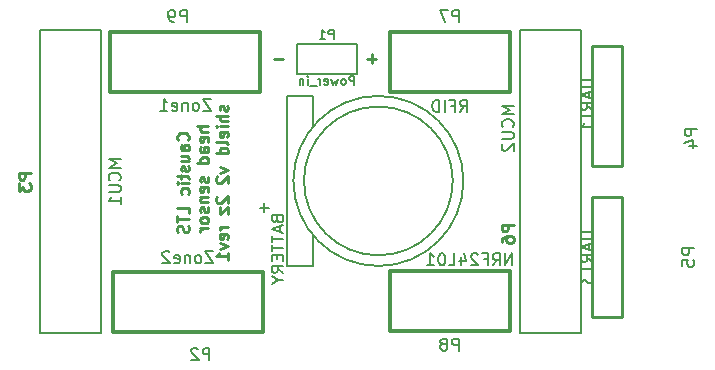
<source format=gbo>
G04 (created by PCBNEW (2013-may-18)-stable) date Сб 14 ноя 2015 13:08:16*
%MOIN*%
G04 Gerber Fmt 3.4, Leading zero omitted, Abs format*
%FSLAX34Y34*%
G01*
G70*
G90*
G04 APERTURE LIST*
%ADD10C,0.00590551*%
%ADD11C,0.00984252*%
%ADD12C,0.012*%
%ADD13C,0.01*%
%ADD14C,0.006*%
%ADD15C,0.008*%
G04 APERTURE END LIST*
G54D10*
G54D11*
X29688Y-21891D02*
X29707Y-21872D01*
X29726Y-21816D01*
X29726Y-21779D01*
X29707Y-21722D01*
X29670Y-21685D01*
X29632Y-21666D01*
X29557Y-21647D01*
X29501Y-21647D01*
X29426Y-21666D01*
X29388Y-21685D01*
X29351Y-21722D01*
X29332Y-21779D01*
X29332Y-21816D01*
X29351Y-21872D01*
X29370Y-21891D01*
X29726Y-22229D02*
X29520Y-22229D01*
X29482Y-22210D01*
X29463Y-22172D01*
X29463Y-22097D01*
X29482Y-22060D01*
X29707Y-22229D02*
X29726Y-22191D01*
X29726Y-22097D01*
X29707Y-22060D01*
X29670Y-22041D01*
X29632Y-22041D01*
X29595Y-22060D01*
X29576Y-22097D01*
X29576Y-22191D01*
X29557Y-22229D01*
X29463Y-22585D02*
X29726Y-22585D01*
X29463Y-22416D02*
X29670Y-22416D01*
X29707Y-22435D01*
X29726Y-22472D01*
X29726Y-22529D01*
X29707Y-22566D01*
X29688Y-22585D01*
X29707Y-22754D02*
X29726Y-22791D01*
X29726Y-22866D01*
X29707Y-22904D01*
X29670Y-22922D01*
X29651Y-22922D01*
X29613Y-22904D01*
X29595Y-22866D01*
X29595Y-22810D01*
X29576Y-22772D01*
X29538Y-22754D01*
X29520Y-22754D01*
X29482Y-22772D01*
X29463Y-22810D01*
X29463Y-22866D01*
X29482Y-22904D01*
X29463Y-23035D02*
X29463Y-23185D01*
X29332Y-23091D02*
X29670Y-23091D01*
X29707Y-23110D01*
X29726Y-23147D01*
X29726Y-23185D01*
X29726Y-23316D02*
X29463Y-23316D01*
X29332Y-23316D02*
X29351Y-23297D01*
X29370Y-23316D01*
X29351Y-23335D01*
X29332Y-23316D01*
X29370Y-23316D01*
X29707Y-23672D02*
X29726Y-23635D01*
X29726Y-23560D01*
X29707Y-23522D01*
X29688Y-23503D01*
X29651Y-23485D01*
X29538Y-23485D01*
X29501Y-23503D01*
X29482Y-23522D01*
X29463Y-23560D01*
X29463Y-23635D01*
X29482Y-23672D01*
X29726Y-24328D02*
X29726Y-24141D01*
X29332Y-24141D01*
X29332Y-24403D02*
X29332Y-24628D01*
X29726Y-24516D02*
X29332Y-24516D01*
X29707Y-24741D02*
X29726Y-24797D01*
X29726Y-24891D01*
X29707Y-24928D01*
X29688Y-24947D01*
X29651Y-24966D01*
X29613Y-24966D01*
X29576Y-24947D01*
X29557Y-24928D01*
X29538Y-24891D01*
X29520Y-24816D01*
X29501Y-24778D01*
X29482Y-24760D01*
X29445Y-24741D01*
X29407Y-24741D01*
X29370Y-24760D01*
X29351Y-24778D01*
X29332Y-24816D01*
X29332Y-24910D01*
X29351Y-24966D01*
X30375Y-21432D02*
X29982Y-21432D01*
X30375Y-21601D02*
X30169Y-21601D01*
X30132Y-21582D01*
X30113Y-21544D01*
X30113Y-21488D01*
X30132Y-21451D01*
X30150Y-21432D01*
X30357Y-21938D02*
X30375Y-21901D01*
X30375Y-21826D01*
X30357Y-21788D01*
X30319Y-21769D01*
X30169Y-21769D01*
X30132Y-21788D01*
X30113Y-21826D01*
X30113Y-21901D01*
X30132Y-21938D01*
X30169Y-21957D01*
X30207Y-21957D01*
X30244Y-21769D01*
X30375Y-22294D02*
X30169Y-22294D01*
X30132Y-22275D01*
X30113Y-22238D01*
X30113Y-22163D01*
X30132Y-22125D01*
X30357Y-22294D02*
X30375Y-22257D01*
X30375Y-22163D01*
X30357Y-22125D01*
X30319Y-22107D01*
X30282Y-22107D01*
X30244Y-22125D01*
X30225Y-22163D01*
X30225Y-22257D01*
X30207Y-22294D01*
X30375Y-22650D02*
X29982Y-22650D01*
X30357Y-22650D02*
X30375Y-22613D01*
X30375Y-22538D01*
X30357Y-22500D01*
X30338Y-22482D01*
X30300Y-22463D01*
X30188Y-22463D01*
X30150Y-22482D01*
X30132Y-22500D01*
X30113Y-22538D01*
X30113Y-22613D01*
X30132Y-22650D01*
X30357Y-23119D02*
X30375Y-23157D01*
X30375Y-23232D01*
X30357Y-23269D01*
X30319Y-23288D01*
X30300Y-23288D01*
X30263Y-23269D01*
X30244Y-23232D01*
X30244Y-23175D01*
X30225Y-23138D01*
X30188Y-23119D01*
X30169Y-23119D01*
X30132Y-23138D01*
X30113Y-23175D01*
X30113Y-23232D01*
X30132Y-23269D01*
X30357Y-23607D02*
X30375Y-23569D01*
X30375Y-23494D01*
X30357Y-23457D01*
X30319Y-23438D01*
X30169Y-23438D01*
X30132Y-23457D01*
X30113Y-23494D01*
X30113Y-23569D01*
X30132Y-23607D01*
X30169Y-23625D01*
X30207Y-23625D01*
X30244Y-23438D01*
X30113Y-23794D02*
X30375Y-23794D01*
X30150Y-23794D02*
X30132Y-23813D01*
X30113Y-23850D01*
X30113Y-23907D01*
X30132Y-23944D01*
X30169Y-23963D01*
X30375Y-23963D01*
X30357Y-24131D02*
X30375Y-24169D01*
X30375Y-24244D01*
X30357Y-24281D01*
X30319Y-24300D01*
X30300Y-24300D01*
X30263Y-24281D01*
X30244Y-24244D01*
X30244Y-24188D01*
X30225Y-24150D01*
X30188Y-24131D01*
X30169Y-24131D01*
X30132Y-24150D01*
X30113Y-24188D01*
X30113Y-24244D01*
X30132Y-24281D01*
X30375Y-24525D02*
X30357Y-24488D01*
X30338Y-24469D01*
X30300Y-24450D01*
X30188Y-24450D01*
X30150Y-24469D01*
X30132Y-24488D01*
X30113Y-24525D01*
X30113Y-24581D01*
X30132Y-24619D01*
X30150Y-24638D01*
X30188Y-24656D01*
X30300Y-24656D01*
X30338Y-24638D01*
X30357Y-24619D01*
X30375Y-24581D01*
X30375Y-24525D01*
X30375Y-24825D02*
X30113Y-24825D01*
X30188Y-24825D02*
X30150Y-24844D01*
X30132Y-24863D01*
X30113Y-24900D01*
X30113Y-24938D01*
X31006Y-20738D02*
X31025Y-20776D01*
X31025Y-20851D01*
X31006Y-20888D01*
X30969Y-20907D01*
X30950Y-20907D01*
X30913Y-20888D01*
X30894Y-20851D01*
X30894Y-20794D01*
X30875Y-20757D01*
X30838Y-20738D01*
X30819Y-20738D01*
X30781Y-20757D01*
X30763Y-20794D01*
X30763Y-20851D01*
X30781Y-20888D01*
X31025Y-21076D02*
X30631Y-21076D01*
X31025Y-21244D02*
X30819Y-21244D01*
X30781Y-21226D01*
X30763Y-21188D01*
X30763Y-21132D01*
X30781Y-21094D01*
X30800Y-21076D01*
X31025Y-21432D02*
X30763Y-21432D01*
X30631Y-21432D02*
X30650Y-21413D01*
X30669Y-21432D01*
X30650Y-21451D01*
X30631Y-21432D01*
X30669Y-21432D01*
X31006Y-21769D02*
X31025Y-21732D01*
X31025Y-21657D01*
X31006Y-21619D01*
X30969Y-21601D01*
X30819Y-21601D01*
X30781Y-21619D01*
X30763Y-21657D01*
X30763Y-21732D01*
X30781Y-21769D01*
X30819Y-21788D01*
X30856Y-21788D01*
X30894Y-21601D01*
X31025Y-22013D02*
X31006Y-21976D01*
X30969Y-21957D01*
X30631Y-21957D01*
X31025Y-22332D02*
X30631Y-22332D01*
X31006Y-22332D02*
X31025Y-22294D01*
X31025Y-22219D01*
X31006Y-22182D01*
X30988Y-22163D01*
X30950Y-22144D01*
X30838Y-22144D01*
X30800Y-22163D01*
X30781Y-22182D01*
X30763Y-22219D01*
X30763Y-22294D01*
X30781Y-22332D01*
X30763Y-22782D02*
X31025Y-22875D01*
X30763Y-22969D01*
X30669Y-23100D02*
X30650Y-23119D01*
X30631Y-23157D01*
X30631Y-23250D01*
X30650Y-23288D01*
X30669Y-23307D01*
X30706Y-23325D01*
X30744Y-23325D01*
X30800Y-23307D01*
X31025Y-23082D01*
X31025Y-23325D01*
X30669Y-23775D02*
X30650Y-23794D01*
X30631Y-23832D01*
X30631Y-23925D01*
X30650Y-23963D01*
X30669Y-23982D01*
X30706Y-24000D01*
X30744Y-24000D01*
X30800Y-23982D01*
X31025Y-23757D01*
X31025Y-24000D01*
X30763Y-24131D02*
X30763Y-24338D01*
X31025Y-24131D01*
X31025Y-24338D01*
X31025Y-24788D02*
X30763Y-24788D01*
X30838Y-24788D02*
X30800Y-24806D01*
X30781Y-24825D01*
X30763Y-24863D01*
X30763Y-24900D01*
X31006Y-25181D02*
X31025Y-25144D01*
X31025Y-25069D01*
X31006Y-25031D01*
X30969Y-25013D01*
X30819Y-25013D01*
X30781Y-25031D01*
X30763Y-25069D01*
X30763Y-25144D01*
X30781Y-25181D01*
X30819Y-25200D01*
X30856Y-25200D01*
X30894Y-25013D01*
X30763Y-25331D02*
X31025Y-25425D01*
X30763Y-25519D01*
X31025Y-25875D02*
X31025Y-25650D01*
X31025Y-25763D02*
X30631Y-25763D01*
X30688Y-25725D01*
X30725Y-25688D01*
X30744Y-25650D01*
X32866Y-19182D02*
X32566Y-19182D01*
X35976Y-19182D02*
X35676Y-19182D01*
X35826Y-19332D02*
X35826Y-19032D01*
G54D12*
X32106Y-18291D02*
X27106Y-18291D01*
X27106Y-18291D02*
X27106Y-20291D01*
X27106Y-20291D02*
X32106Y-20291D01*
X32106Y-20291D02*
X32106Y-18291D01*
X27185Y-28283D02*
X32185Y-28283D01*
X32185Y-28283D02*
X32185Y-26283D01*
X32185Y-26283D02*
X27185Y-26283D01*
X27185Y-26283D02*
X27185Y-28283D01*
X36425Y-28244D02*
X40425Y-28244D01*
X40425Y-28244D02*
X40425Y-26244D01*
X40425Y-26244D02*
X36425Y-26244D01*
X36425Y-26244D02*
X36425Y-28244D01*
X40425Y-18291D02*
X36425Y-18291D01*
X36425Y-18291D02*
X36425Y-20291D01*
X36425Y-20291D02*
X40425Y-20291D01*
X40425Y-20291D02*
X40425Y-18291D01*
G54D13*
X44161Y-22748D02*
X44161Y-18748D01*
X43161Y-22748D02*
X43161Y-18748D01*
X43161Y-18748D02*
X44161Y-18748D01*
X44161Y-22748D02*
X43161Y-22748D01*
G54D14*
X33330Y-18673D02*
X33330Y-19673D01*
X33330Y-19673D02*
X35330Y-19673D01*
X35330Y-19673D02*
X35330Y-18673D01*
X35330Y-18673D02*
X33330Y-18673D01*
G54D10*
X42811Y-28307D02*
X42811Y-18228D01*
X42811Y-18228D02*
X40763Y-18228D01*
X40763Y-18228D02*
X40763Y-28307D01*
X40763Y-28307D02*
X42811Y-28307D01*
X24763Y-18228D02*
X24763Y-28307D01*
X24763Y-28307D02*
X26811Y-28307D01*
X26811Y-28307D02*
X26811Y-18228D01*
X26811Y-18228D02*
X24763Y-18228D01*
X33011Y-23248D02*
X33011Y-20413D01*
X33011Y-20413D02*
X33877Y-20413D01*
X33877Y-20413D02*
X33877Y-21397D01*
X33011Y-23248D02*
X33011Y-26082D01*
X33011Y-26082D02*
X33523Y-26082D01*
X33523Y-26082D02*
X33877Y-26082D01*
X33877Y-26082D02*
X33877Y-25098D01*
X38878Y-23248D02*
G75*
G03X38878Y-23248I-2834J0D01*
G74*
G01*
X38523Y-23248D02*
G75*
G03X38523Y-23248I-2480J0D01*
G74*
G01*
G54D13*
X44161Y-27787D02*
X44161Y-23787D01*
X43161Y-27787D02*
X43161Y-23787D01*
X43161Y-23787D02*
X44161Y-23787D01*
X44161Y-27787D02*
X43161Y-27787D01*
G54D15*
X29651Y-17953D02*
X29651Y-17553D01*
X29499Y-17553D01*
X29461Y-17572D01*
X29442Y-17591D01*
X29422Y-17629D01*
X29422Y-17686D01*
X29442Y-17724D01*
X29461Y-17743D01*
X29499Y-17762D01*
X29651Y-17762D01*
X29232Y-17953D02*
X29156Y-17953D01*
X29118Y-17934D01*
X29099Y-17915D01*
X29061Y-17858D01*
X29042Y-17781D01*
X29042Y-17629D01*
X29061Y-17591D01*
X29080Y-17572D01*
X29118Y-17553D01*
X29194Y-17553D01*
X29232Y-17572D01*
X29251Y-17591D01*
X29270Y-17629D01*
X29270Y-17724D01*
X29251Y-17762D01*
X29232Y-17781D01*
X29194Y-17800D01*
X29118Y-17800D01*
X29080Y-17781D01*
X29061Y-17762D01*
X29042Y-17724D01*
X30463Y-20509D02*
X30196Y-20509D01*
X30463Y-20909D01*
X30196Y-20909D01*
X29987Y-20909D02*
X30025Y-20890D01*
X30044Y-20871D01*
X30063Y-20833D01*
X30063Y-20719D01*
X30044Y-20681D01*
X30025Y-20662D01*
X29987Y-20643D01*
X29930Y-20643D01*
X29892Y-20662D01*
X29872Y-20681D01*
X29853Y-20719D01*
X29853Y-20833D01*
X29872Y-20871D01*
X29892Y-20890D01*
X29930Y-20909D01*
X29987Y-20909D01*
X29682Y-20643D02*
X29682Y-20909D01*
X29682Y-20681D02*
X29663Y-20662D01*
X29625Y-20643D01*
X29568Y-20643D01*
X29530Y-20662D01*
X29511Y-20700D01*
X29511Y-20909D01*
X29168Y-20890D02*
X29206Y-20909D01*
X29282Y-20909D01*
X29320Y-20890D01*
X29339Y-20852D01*
X29339Y-20700D01*
X29320Y-20662D01*
X29282Y-20643D01*
X29206Y-20643D01*
X29168Y-20662D01*
X29149Y-20700D01*
X29149Y-20738D01*
X29339Y-20776D01*
X28768Y-20909D02*
X28996Y-20909D01*
X28882Y-20909D02*
X28882Y-20509D01*
X28920Y-20567D01*
X28958Y-20605D01*
X28996Y-20624D01*
X30413Y-29217D02*
X30413Y-28817D01*
X30260Y-28817D01*
X30222Y-28836D01*
X30203Y-28855D01*
X30184Y-28893D01*
X30184Y-28950D01*
X30203Y-28988D01*
X30222Y-29007D01*
X30260Y-29026D01*
X30413Y-29026D01*
X30032Y-28855D02*
X30013Y-28836D01*
X29975Y-28817D01*
X29880Y-28817D01*
X29841Y-28836D01*
X29822Y-28855D01*
X29803Y-28893D01*
X29803Y-28931D01*
X29822Y-28988D01*
X30051Y-29217D01*
X29803Y-29217D01*
X30542Y-25588D02*
X30275Y-25588D01*
X30542Y-25988D01*
X30275Y-25988D01*
X30065Y-25988D02*
X30104Y-25969D01*
X30123Y-25950D01*
X30142Y-25912D01*
X30142Y-25798D01*
X30123Y-25760D01*
X30104Y-25741D01*
X30065Y-25722D01*
X30008Y-25722D01*
X29970Y-25741D01*
X29951Y-25760D01*
X29932Y-25798D01*
X29932Y-25912D01*
X29951Y-25950D01*
X29970Y-25969D01*
X30008Y-25988D01*
X30065Y-25988D01*
X29761Y-25722D02*
X29761Y-25988D01*
X29761Y-25760D02*
X29742Y-25741D01*
X29704Y-25722D01*
X29646Y-25722D01*
X29608Y-25741D01*
X29589Y-25779D01*
X29589Y-25988D01*
X29246Y-25969D02*
X29285Y-25988D01*
X29361Y-25988D01*
X29399Y-25969D01*
X29418Y-25931D01*
X29418Y-25779D01*
X29399Y-25741D01*
X29361Y-25722D01*
X29285Y-25722D01*
X29246Y-25741D01*
X29227Y-25779D01*
X29227Y-25817D01*
X29418Y-25855D01*
X29075Y-25626D02*
X29056Y-25607D01*
X29018Y-25588D01*
X28923Y-25588D01*
X28885Y-25607D01*
X28865Y-25626D01*
X28846Y-25664D01*
X28846Y-25702D01*
X28865Y-25760D01*
X29094Y-25988D01*
X28846Y-25988D01*
X38720Y-28905D02*
X38720Y-28505D01*
X38568Y-28505D01*
X38529Y-28525D01*
X38510Y-28544D01*
X38491Y-28582D01*
X38491Y-28639D01*
X38510Y-28677D01*
X38529Y-28696D01*
X38568Y-28715D01*
X38720Y-28715D01*
X38263Y-28677D02*
X38301Y-28658D01*
X38320Y-28639D01*
X38339Y-28601D01*
X38339Y-28582D01*
X38320Y-28544D01*
X38301Y-28525D01*
X38263Y-28505D01*
X38187Y-28505D01*
X38149Y-28525D01*
X38129Y-28544D01*
X38110Y-28582D01*
X38110Y-28601D01*
X38129Y-28639D01*
X38149Y-28658D01*
X38187Y-28677D01*
X38263Y-28677D01*
X38301Y-28696D01*
X38320Y-28715D01*
X38339Y-28753D01*
X38339Y-28829D01*
X38320Y-28867D01*
X38301Y-28886D01*
X38263Y-28905D01*
X38187Y-28905D01*
X38149Y-28886D01*
X38129Y-28867D01*
X38110Y-28829D01*
X38110Y-28753D01*
X38129Y-28715D01*
X38149Y-28696D01*
X38187Y-28677D01*
X40504Y-26067D02*
X40504Y-25667D01*
X40275Y-26067D01*
X40275Y-25667D01*
X39856Y-26067D02*
X39989Y-25876D01*
X40084Y-26067D02*
X40084Y-25667D01*
X39932Y-25667D01*
X39894Y-25686D01*
X39875Y-25705D01*
X39856Y-25743D01*
X39856Y-25800D01*
X39875Y-25838D01*
X39894Y-25857D01*
X39932Y-25876D01*
X40084Y-25876D01*
X39551Y-25857D02*
X39684Y-25857D01*
X39684Y-26067D02*
X39684Y-25667D01*
X39494Y-25667D01*
X39361Y-25705D02*
X39342Y-25686D01*
X39304Y-25667D01*
X39208Y-25667D01*
X39170Y-25686D01*
X39151Y-25705D01*
X39132Y-25743D01*
X39132Y-25781D01*
X39151Y-25838D01*
X39380Y-26067D01*
X39132Y-26067D01*
X38789Y-25800D02*
X38789Y-26067D01*
X38884Y-25648D02*
X38980Y-25934D01*
X38732Y-25934D01*
X38389Y-26067D02*
X38580Y-26067D01*
X38580Y-25667D01*
X38180Y-25667D02*
X38142Y-25667D01*
X38104Y-25686D01*
X38084Y-25705D01*
X38065Y-25743D01*
X38046Y-25819D01*
X38046Y-25915D01*
X38065Y-25991D01*
X38084Y-26029D01*
X38104Y-26048D01*
X38142Y-26067D01*
X38180Y-26067D01*
X38218Y-26048D01*
X38237Y-26029D01*
X38256Y-25991D01*
X38275Y-25915D01*
X38275Y-25819D01*
X38256Y-25743D01*
X38237Y-25705D01*
X38218Y-25686D01*
X38180Y-25667D01*
X37665Y-26067D02*
X37894Y-26067D01*
X37780Y-26067D02*
X37780Y-25667D01*
X37818Y-25724D01*
X37856Y-25762D01*
X37894Y-25781D01*
X38720Y-17953D02*
X38720Y-17553D01*
X38568Y-17553D01*
X38529Y-17572D01*
X38510Y-17591D01*
X38491Y-17629D01*
X38491Y-17686D01*
X38510Y-17724D01*
X38529Y-17743D01*
X38568Y-17762D01*
X38720Y-17762D01*
X38358Y-17553D02*
X38091Y-17553D01*
X38263Y-17953D01*
X38768Y-20953D02*
X38901Y-20762D01*
X38996Y-20953D02*
X38996Y-20553D01*
X38844Y-20553D01*
X38806Y-20572D01*
X38787Y-20591D01*
X38768Y-20629D01*
X38768Y-20686D01*
X38787Y-20724D01*
X38806Y-20743D01*
X38844Y-20762D01*
X38996Y-20762D01*
X38463Y-20743D02*
X38596Y-20743D01*
X38596Y-20953D02*
X38596Y-20553D01*
X38406Y-20553D01*
X38253Y-20953D02*
X38253Y-20553D01*
X38063Y-20953D02*
X38063Y-20553D01*
X37968Y-20553D01*
X37910Y-20572D01*
X37872Y-20610D01*
X37853Y-20648D01*
X37834Y-20724D01*
X37834Y-20781D01*
X37853Y-20858D01*
X37872Y-20896D01*
X37910Y-20934D01*
X37968Y-20953D01*
X38063Y-20953D01*
X46657Y-21515D02*
X46257Y-21515D01*
X46257Y-21668D01*
X46277Y-21706D01*
X46296Y-21725D01*
X46334Y-21744D01*
X46391Y-21744D01*
X46429Y-21725D01*
X46448Y-21706D01*
X46467Y-21668D01*
X46467Y-21515D01*
X46391Y-22087D02*
X46657Y-22087D01*
X46238Y-21991D02*
X46524Y-21896D01*
X46524Y-22144D01*
X42793Y-19880D02*
X43117Y-19880D01*
X43155Y-19899D01*
X43174Y-19918D01*
X43193Y-19956D01*
X43193Y-20032D01*
X43174Y-20070D01*
X43155Y-20089D01*
X43117Y-20108D01*
X42793Y-20108D01*
X43079Y-20280D02*
X43079Y-20470D01*
X43193Y-20241D02*
X42793Y-20375D01*
X43193Y-20508D01*
X43193Y-20870D02*
X43002Y-20737D01*
X43193Y-20641D02*
X42793Y-20641D01*
X42793Y-20794D01*
X42812Y-20832D01*
X42831Y-20851D01*
X42869Y-20870D01*
X42926Y-20870D01*
X42964Y-20851D01*
X42983Y-20832D01*
X43002Y-20794D01*
X43002Y-20641D01*
X42793Y-20984D02*
X42793Y-21213D01*
X43193Y-21099D02*
X42793Y-21099D01*
X43193Y-21556D02*
X43193Y-21327D01*
X43193Y-21441D02*
X42793Y-21441D01*
X42850Y-21403D01*
X42888Y-21365D01*
X42907Y-21327D01*
G54D14*
X34552Y-18507D02*
X34552Y-18207D01*
X34437Y-18207D01*
X34409Y-18221D01*
X34394Y-18235D01*
X34380Y-18264D01*
X34380Y-18307D01*
X34394Y-18335D01*
X34409Y-18350D01*
X34437Y-18364D01*
X34552Y-18364D01*
X34094Y-18507D02*
X34266Y-18507D01*
X34180Y-18507D02*
X34180Y-18207D01*
X34209Y-18250D01*
X34237Y-18278D01*
X34266Y-18292D01*
X35244Y-20044D02*
X35244Y-19744D01*
X35130Y-19744D01*
X35102Y-19758D01*
X35087Y-19773D01*
X35073Y-19801D01*
X35073Y-19844D01*
X35087Y-19873D01*
X35102Y-19887D01*
X35130Y-19901D01*
X35244Y-19901D01*
X34902Y-20044D02*
X34930Y-20030D01*
X34944Y-20016D01*
X34959Y-19987D01*
X34959Y-19901D01*
X34944Y-19873D01*
X34930Y-19858D01*
X34902Y-19844D01*
X34859Y-19844D01*
X34830Y-19858D01*
X34816Y-19873D01*
X34802Y-19901D01*
X34802Y-19987D01*
X34816Y-20016D01*
X34830Y-20030D01*
X34859Y-20044D01*
X34902Y-20044D01*
X34702Y-19844D02*
X34644Y-20044D01*
X34587Y-19901D01*
X34530Y-20044D01*
X34473Y-19844D01*
X34244Y-20030D02*
X34273Y-20044D01*
X34330Y-20044D01*
X34359Y-20030D01*
X34373Y-20001D01*
X34373Y-19887D01*
X34359Y-19858D01*
X34330Y-19844D01*
X34273Y-19844D01*
X34244Y-19858D01*
X34230Y-19887D01*
X34230Y-19916D01*
X34373Y-19944D01*
X34102Y-20044D02*
X34102Y-19844D01*
X34102Y-19901D02*
X34087Y-19873D01*
X34073Y-19858D01*
X34044Y-19844D01*
X34016Y-19844D01*
X33987Y-20073D02*
X33759Y-20073D01*
X33687Y-20044D02*
X33687Y-19844D01*
X33687Y-19744D02*
X33702Y-19758D01*
X33687Y-19773D01*
X33673Y-19758D01*
X33687Y-19744D01*
X33687Y-19773D01*
X33544Y-19844D02*
X33544Y-20044D01*
X33544Y-19873D02*
X33530Y-19858D01*
X33502Y-19844D01*
X33459Y-19844D01*
X33430Y-19858D01*
X33416Y-19887D01*
X33416Y-20044D01*
G54D13*
X40555Y-24704D02*
X40155Y-24704D01*
X40155Y-24857D01*
X40174Y-24895D01*
X40193Y-24914D01*
X40231Y-24933D01*
X40288Y-24933D01*
X40327Y-24914D01*
X40346Y-24895D01*
X40365Y-24857D01*
X40365Y-24704D01*
X40155Y-25276D02*
X40155Y-25200D01*
X40174Y-25161D01*
X40193Y-25142D01*
X40250Y-25104D01*
X40327Y-25085D01*
X40479Y-25085D01*
X40517Y-25104D01*
X40536Y-25123D01*
X40555Y-25161D01*
X40555Y-25238D01*
X40536Y-25276D01*
X40517Y-25295D01*
X40479Y-25314D01*
X40384Y-25314D01*
X40346Y-25295D01*
X40327Y-25276D01*
X40307Y-25238D01*
X40307Y-25161D01*
X40327Y-25123D01*
X40346Y-25104D01*
X40384Y-25085D01*
G54D15*
X40555Y-20762D02*
X40155Y-20762D01*
X40441Y-20896D01*
X40155Y-21029D01*
X40555Y-21029D01*
X40517Y-21448D02*
X40536Y-21429D01*
X40555Y-21372D01*
X40555Y-21334D01*
X40536Y-21277D01*
X40498Y-21238D01*
X40460Y-21219D01*
X40384Y-21200D01*
X40327Y-21200D01*
X40250Y-21219D01*
X40212Y-21238D01*
X40174Y-21277D01*
X40155Y-21334D01*
X40155Y-21372D01*
X40174Y-21429D01*
X40193Y-21448D01*
X40155Y-21619D02*
X40479Y-21619D01*
X40517Y-21638D01*
X40536Y-21657D01*
X40555Y-21696D01*
X40555Y-21772D01*
X40536Y-21810D01*
X40517Y-21829D01*
X40479Y-21848D01*
X40155Y-21848D01*
X40193Y-22019D02*
X40174Y-22038D01*
X40155Y-22077D01*
X40155Y-22172D01*
X40174Y-22210D01*
X40193Y-22229D01*
X40231Y-22248D01*
X40269Y-22248D01*
X40327Y-22229D01*
X40555Y-22000D01*
X40555Y-22248D01*
G54D13*
X24449Y-22972D02*
X24049Y-22972D01*
X24049Y-23124D01*
X24068Y-23162D01*
X24087Y-23182D01*
X24125Y-23201D01*
X24182Y-23201D01*
X24220Y-23182D01*
X24239Y-23162D01*
X24258Y-23124D01*
X24258Y-22972D01*
X24049Y-23334D02*
X24049Y-23582D01*
X24201Y-23448D01*
X24201Y-23505D01*
X24220Y-23543D01*
X24239Y-23562D01*
X24277Y-23582D01*
X24373Y-23582D01*
X24411Y-23562D01*
X24430Y-23543D01*
X24449Y-23505D01*
X24449Y-23391D01*
X24430Y-23353D01*
X24411Y-23334D01*
G54D15*
X27449Y-22534D02*
X27049Y-22534D01*
X27335Y-22667D01*
X27049Y-22801D01*
X27449Y-22801D01*
X27411Y-23220D02*
X27430Y-23201D01*
X27449Y-23143D01*
X27449Y-23105D01*
X27430Y-23048D01*
X27392Y-23010D01*
X27354Y-22991D01*
X27277Y-22972D01*
X27220Y-22972D01*
X27144Y-22991D01*
X27106Y-23010D01*
X27068Y-23048D01*
X27049Y-23105D01*
X27049Y-23143D01*
X27068Y-23201D01*
X27087Y-23220D01*
X27049Y-23391D02*
X27373Y-23391D01*
X27411Y-23410D01*
X27430Y-23429D01*
X27449Y-23467D01*
X27449Y-23543D01*
X27430Y-23582D01*
X27411Y-23601D01*
X27373Y-23620D01*
X27049Y-23620D01*
X27449Y-24020D02*
X27449Y-23791D01*
X27449Y-23905D02*
X27049Y-23905D01*
X27106Y-23867D01*
X27144Y-23829D01*
X27163Y-23791D01*
G54D10*
X32394Y-24143D02*
X32094Y-24143D01*
X32244Y-24293D02*
X32244Y-23993D01*
X32669Y-24527D02*
X32688Y-24583D01*
X32707Y-24602D01*
X32744Y-24621D01*
X32800Y-24621D01*
X32838Y-24602D01*
X32857Y-24583D01*
X32875Y-24546D01*
X32875Y-24396D01*
X32482Y-24396D01*
X32482Y-24527D01*
X32500Y-24565D01*
X32519Y-24583D01*
X32557Y-24602D01*
X32594Y-24602D01*
X32632Y-24583D01*
X32650Y-24565D01*
X32669Y-24527D01*
X32669Y-24396D01*
X32763Y-24771D02*
X32763Y-24958D01*
X32875Y-24733D02*
X32482Y-24865D01*
X32875Y-24996D01*
X32482Y-25071D02*
X32482Y-25296D01*
X32875Y-25183D02*
X32482Y-25183D01*
X32482Y-25371D02*
X32482Y-25596D01*
X32875Y-25483D02*
X32482Y-25483D01*
X32669Y-25727D02*
X32669Y-25858D01*
X32875Y-25914D02*
X32875Y-25727D01*
X32482Y-25727D01*
X32482Y-25914D01*
X32875Y-26308D02*
X32688Y-26177D01*
X32875Y-26083D02*
X32482Y-26083D01*
X32482Y-26233D01*
X32500Y-26271D01*
X32519Y-26289D01*
X32557Y-26308D01*
X32613Y-26308D01*
X32650Y-26289D01*
X32669Y-26271D01*
X32688Y-26233D01*
X32688Y-26083D01*
X32688Y-26552D02*
X32875Y-26552D01*
X32482Y-26421D02*
X32688Y-26552D01*
X32482Y-26683D01*
G54D15*
X46579Y-25492D02*
X46179Y-25492D01*
X46179Y-25644D01*
X46198Y-25682D01*
X46217Y-25701D01*
X46255Y-25720D01*
X46312Y-25720D01*
X46350Y-25701D01*
X46369Y-25682D01*
X46388Y-25644D01*
X46388Y-25492D01*
X46179Y-26082D02*
X46179Y-25892D01*
X46369Y-25873D01*
X46350Y-25892D01*
X46331Y-25930D01*
X46331Y-26025D01*
X46350Y-26063D01*
X46369Y-26082D01*
X46407Y-26101D01*
X46503Y-26101D01*
X46541Y-26082D01*
X46560Y-26063D01*
X46579Y-26025D01*
X46579Y-25930D01*
X46560Y-25892D01*
X46541Y-25873D01*
X42793Y-24958D02*
X43117Y-24958D01*
X43155Y-24977D01*
X43174Y-24996D01*
X43193Y-25035D01*
X43193Y-25111D01*
X43174Y-25149D01*
X43155Y-25168D01*
X43117Y-25187D01*
X42793Y-25187D01*
X43079Y-25358D02*
X43079Y-25549D01*
X43193Y-25320D02*
X42793Y-25454D01*
X43193Y-25587D01*
X43193Y-25949D02*
X43002Y-25815D01*
X43193Y-25720D02*
X42793Y-25720D01*
X42793Y-25873D01*
X42812Y-25911D01*
X42831Y-25930D01*
X42869Y-25949D01*
X42926Y-25949D01*
X42964Y-25930D01*
X42983Y-25911D01*
X43002Y-25873D01*
X43002Y-25720D01*
X42793Y-26063D02*
X42793Y-26292D01*
X43193Y-26177D02*
X42793Y-26177D01*
X42793Y-26387D02*
X42793Y-26635D01*
X42945Y-26501D01*
X42945Y-26558D01*
X42964Y-26596D01*
X42983Y-26615D01*
X43021Y-26635D01*
X43117Y-26635D01*
X43155Y-26615D01*
X43174Y-26596D01*
X43193Y-26558D01*
X43193Y-26444D01*
X43174Y-26406D01*
X43155Y-26387D01*
M02*

</source>
